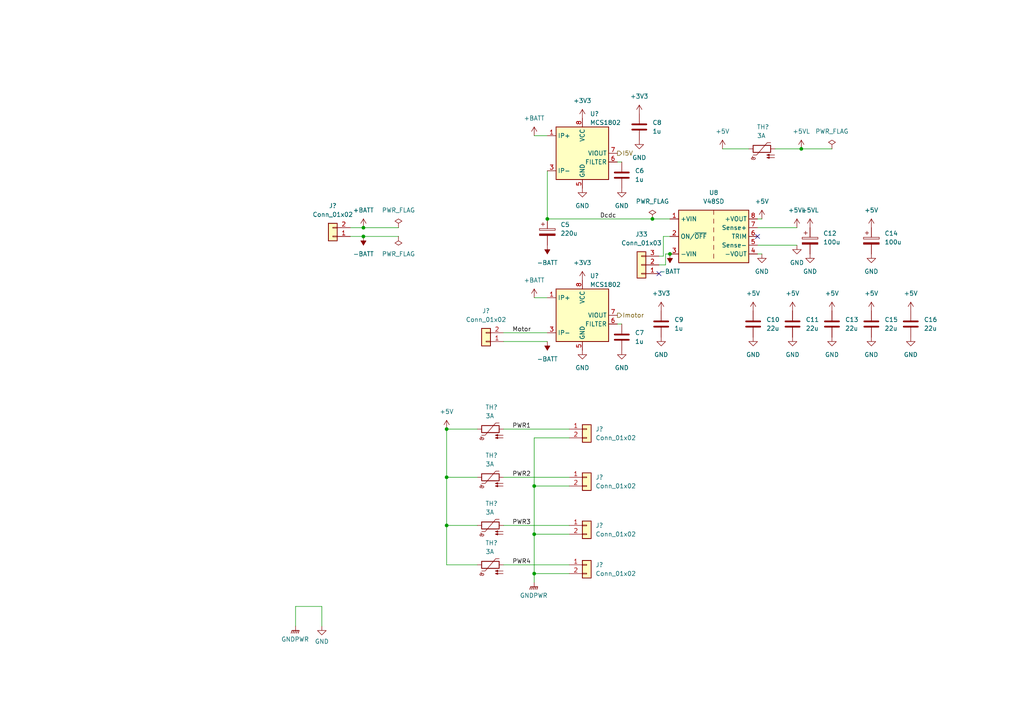
<source format=kicad_sch>
(kicad_sch (version 20230121) (generator eeschema)
  (paper "A4")
  (lib_symbols
    (symbol "Connector_Generic:Conn_01x02" (pin_names (offset 1.016) hide)
      (property "Reference" "J" (at 0 2.54 0))
      (property "Value" "Conn_01x02" (at 0 -5.08 0))
      (symbol "Conn_01x02_1_1"
        (rectangle (start -1.27 -2.413) (end 0 -2.667) (stroke (width 0.1524)))
        (rectangle (start -1.27 0.127) (end 0 -0.127) (stroke (width 0.1524)))
        (rectangle (start -1.27 1.27) (end 1.27 -3.81) (stroke (width 0.254)) (fill (type background)))
        (pin passive line (at -5.08 0 0) (length 3.81) (name "Pin_1") (number "1"))
        (pin passive line (at -5.08 -2.54 0) (length 3.81) (name "Pin_2") (number "2"))
      )
    )
    (symbol "Connector_Generic:Conn_01x03" (pin_names (offset 1.016) hide)
      (property "Reference" "J" (at 0 5.08 0))
      (property "Value" "Conn_01x03" (at 0 -5.08 0))
      (symbol "Conn_01x03_1_1"
        (rectangle (start -1.27 -2.413) (end 0 -2.667) (stroke (width 0.1524)))
        (rectangle (start -1.27 0.127) (end 0 -0.127) (stroke (width 0.1524)))
        (rectangle (start -1.27 2.667) (end 0 2.413) (stroke (width 0.1524)))
        (rectangle (start -1.27 3.81) (end 1.27 -3.81) (stroke (width 0.254)) (fill (type background)))
        (pin passive line (at -5.08 2.54 0) (length 3.81) (name "Pin_1") (number "1"))
        (pin passive line (at -5.08 0 0) (length 3.81) (name "Pin_2") (number "2"))
        (pin passive line (at -5.08 -2.54 0) (length 3.81) (name "Pin_3") (number "3"))
      )
    )
    (symbol "Device:C" (pin_numbers hide) (pin_names (offset 0.254))
      (property "Reference" "C" (at 0.635 2.54 0))
      (property "Value" "C" (at 0.635 -2.54 0))
      (symbol "C_0_1"
        (polyline (pts (xy -2.032 -0.762) (xy 2.032 -0.762)) (stroke (width 0.508)))
        (polyline (pts (xy -2.032 0.762) (xy 2.032 0.762)) (stroke (width 0.508)))
      )
      (symbol "C_1_1"
        (pin passive line (at 0 3.81 270) (length 2.794) (name "~") (number "1"))
        (pin passive line (at 0 -3.81 90) (length 2.794) (name "~") (number "2"))
      )
    )
    (symbol "Device:C_Polarized" (pin_numbers hide) (pin_names (offset 0.254))
      (property "Reference" "C" (at 0.635 2.54 0))
      (property "Value" "C_Polarized" (at 0.635 -2.54 0))
      (symbol "C_Polarized_0_1"
        (rectangle (start -2.286 0.508) (end 2.286 1.016))
        (polyline (pts (xy -1.778 2.286) (xy -0.762 2.286)))
        (polyline (pts (xy -1.27 2.794) (xy -1.27 1.778)))
        (rectangle (start 2.286 -0.508) (end -2.286 -1.016) (fill (type outline)))
      )
      (symbol "C_Polarized_1_1"
        (pin passive line (at 0 3.81 270) (length 2.794) (name "~") (number "1"))
        (pin passive line (at 0 -3.81 90) (length 2.794) (name "~") (number "2"))
      )
    )
    (symbol "Device:Thermistor_PTC" (pin_numbers hide) (pin_names (offset 0))
      (property "Reference" "TH" (at -4.064 0 90))
      (property "Value" "Thermistor_PTC" (at 3.048 0 90))
      (symbol "Thermistor_PTC_0_1"
        (arc (start -3.048 2.159) (mid -3.0495 2.3143) (end -3.175 2.413))
        (arc (start -3.048 2.159) (mid -2.9736 1.9794) (end -2.794 1.905))
        (arc (start -3.048 2.794) (mid -2.9736 2.6144) (end -2.794 2.54))
        (arc (start -2.794 1.905) (mid -2.6144 1.9794) (end -2.54 2.159))
        (arc (start -2.794 2.54) (mid -2.4393 2.5587) (end -2.159 2.794))
        (arc (start -2.794 3.048) (mid -2.9736 2.9736) (end -3.048 2.794))
        (arc (start -2.54 2.794) (mid -2.6144 2.9736) (end -2.794 3.048))
        (rectangle (start -1.016 2.54) (end 1.016 -2.54) (stroke (width 0.254)))
        (polyline (pts (xy -2.54 2.159) (xy -2.54 2.794)))
        (polyline (pts (xy -1.778 2.54) (xy -1.778 1.524) (xy 1.778 -1.524) (xy 1.778 -2.54)))
        (polyline (pts (xy -2.54 -3.683) (xy -2.54 -1.397) (xy -2.794 -2.159) (xy -2.286 -2.159) (xy -2.54 -1.397) (xy -2.54 -1.651)) (fill (type outline)))
        (polyline (pts (xy -1.778 -3.683) (xy -1.778 -1.397) (xy -2.032 -2.159) (xy -1.524 -2.159) (xy -1.778 -1.397) (xy -1.778 -1.651)) (fill (type outline)))
      )
      (symbol "Thermistor_PTC_1_1"
        (pin passive line (at 0 3.81 270) (length 1.27) (name "~") (number "1"))
        (pin passive line (at 0 -3.81 90) (length 1.27) (name "~") (number "2"))
      )
    )
    (symbol "Sensor_Current:ACS725xLCTR-50AB"
      (property "Reference" "U" (at 2.54 11.43 0))
      (property "Value" "ACS725xLCTR-50AB" (at 2.54 8.89 0))
      (symbol "ACS725xLCTR-50AB_0_1"
        (rectangle (start -7.62 7.62) (end 7.62 -7.62) (stroke (width 0.254)) (fill (type background)))
      )
      (symbol "ACS725xLCTR-50AB_1_1"
        (pin passive line (at -10.16 5.08 0) (length 2.54) (name "IP+") (number "1"))
        (pin passive line (at -10.16 5.08 0) (length 2.54) hide (name "IP+") (number "2"))
        (pin passive line (at -10.16 -5.08 0) (length 2.54) (name "IP-") (number "3"))
        (pin passive line (at -10.16 -5.08 0) (length 2.54) hide (name "IP-") (number "4"))
        (pin power_in line (at 0 -10.16 90) (length 2.54) (name "GND") (number "5"))
        (pin passive line (at 10.16 -2.54 180) (length 2.54) (name "FILTER") (number "6"))
        (pin output line (at 10.16 0 180) (length 2.54) (name "VIOUT") (number "7"))
        (pin power_in line (at 0 10.16 270) (length 2.54) (name "VCC") (number "8"))
      )
    )
    (symbol "additional:V48SD"
      (property "Reference" "U" (at 0 11.43 0))
      (property "Value" "V48SD" (at 0 8.89 0))
      (symbol "V48SD_0_1"
        (rectangle (start -10.16 7.62) (end 10.16 -7.62) (stroke (width 0.254)) (fill (type background)))
        (polyline (pts (xy 0 -5.08) (xy 0 -6.35)))
        (polyline (pts (xy 0 -2.54) (xy 0 -3.81)))
        (polyline (pts (xy 0 0) (xy 0 -1.27)))
        (polyline (pts (xy 0 2.54) (xy 0 1.27)))
        (polyline (pts (xy 0 5.08) (xy 0 3.81)))
        (polyline (pts (xy 0 7.62) (xy 0 6.35)))
      )
      (symbol "V48SD_1_1"
        (pin power_in line (at -12.7 5.08 0) (length 2.54) (name "+VIN") (number "1"))
        (pin input line (at -12.7 0 0) (length 2.54) (name "ON/~{OFF}") (number "2"))
        (pin power_in line (at -12.7 -5.08 0) (length 2.54) (name "-VIN") (number "3"))
        (pin power_out line (at 12.7 -5.08 180) (length 2.54) (name "-VOUT") (number "4"))
        (pin input line (at 12.7 -2.54 180) (length 2.54) (name "Sense-") (number "5"))
        (pin passive line (at 12.7 0 180) (length 2.54) (name "TRIM") (number "6"))
        (pin input line (at 12.7 2.54 180) (length 2.54) (name "Sense+") (number "7"))
        (pin power_out line (at 12.7 5.08 180) (length 2.54) (name "+VOUT") (number "8"))
      )
    )
    (symbol "power:+3V3" (power) (pin_names (offset 0))
      (property "Value" "+3V3" (at 0 3.556 0))
      (symbol "+3V3_0_1"
        (polyline (pts (xy -0.762 1.27) (xy 0 2.54)))
        (polyline (pts (xy 0 0) (xy 0 2.54)))
        (polyline (pts (xy 0 2.54) (xy 0.762 1.27)))
      )
      (symbol "+3V3_1_1"
        (pin power_in line (at 0 0 90) (length 0) hide (name "+3V3") (number "1"))
      )
    )
    (symbol "power:+5V" (power) (pin_names (offset 0))
      (property "Value" "+5V" (at 0 3.556 0))
      (symbol "+5V_0_1"
        (polyline (pts (xy -0.762 1.27) (xy 0 2.54)))
        (polyline (pts (xy 0 0) (xy 0 2.54)))
        (polyline (pts (xy 0 2.54) (xy 0.762 1.27)))
      )
      (symbol "+5V_1_1"
        (pin power_in line (at 0 0 90) (length 0) hide (name "+5V") (number "1"))
      )
    )
    (symbol "power:+5VL" (power) (pin_names (offset 0))
      (property "Value" "+5VL" (at 0 3.556 0))
      (symbol "+5VL_0_1"
        (polyline (pts (xy -0.762 1.27) (xy 0 2.54)))
        (polyline (pts (xy 0 0) (xy 0 2.54)))
        (polyline (pts (xy 0 2.54) (xy 0.762 1.27)))
      )
      (symbol "+5VL_1_1"
        (pin power_in line (at 0 0 90) (length 0) hide (name "+5VL") (number "1"))
      )
    )
    (symbol "power:+BATT" (power) (pin_names (offset 0))
      (property "Value" "+BATT" (at 0 3.556 0))
      (symbol "+BATT_0_1"
        (polyline (pts (xy -0.762 1.27) (xy 0 2.54)))
        (polyline (pts (xy 0 0) (xy 0 2.54)))
        (polyline (pts (xy 0 2.54) (xy 0.762 1.27)))
      )
      (symbol "+BATT_1_1"
        (pin power_in line (at 0 0 90) (length 0) hide (name "+BATT") (number "1"))
      )
    )
    (symbol "power:-BATT" (power) (pin_names (offset 0))
      (property "Value" "-BATT" (at 0 3.556 0))
      (symbol "-BATT_0_1"
        (polyline (pts (xy 0 0) (xy 0 2.54)))
        (polyline (pts (xy 0.762 1.27) (xy -0.762 1.27) (xy 0 2.54) (xy 0.762 1.27)) (fill (type outline)))
      )
      (symbol "-BATT_1_1"
        (pin power_in line (at 0 0 90) (length 0) hide (name "-BATT") (number "1"))
      )
    )
    (symbol "power:GND" (power) (pin_names (offset 0))
      (property "Value" "GND" (at 0 -3.81 0))
      (symbol "GND_0_1"
        (polyline (pts (xy 0 0) (xy 0 -1.27) (xy 1.27 -1.27) (xy 0 -2.54) (xy -1.27 -1.27) (xy 0 -1.27)))
      )
      (symbol "GND_1_1"
        (pin power_in line (at 0 0 270) (length 0) hide (name "GND") (number "1"))
      )
    )
    (symbol "power:GNDPWR" (power) (pin_names (offset 0))
      (property "Value" "GNDPWR" (at 0 -3.302 0))
      (symbol "GNDPWR_0_1"
        (polyline (pts (xy 0 -1.27) (xy 0 0)))
        (polyline (pts (xy -1.016 -1.27) (xy -1.27 -2.032) (xy -1.27 -2.032)) (stroke (width 0.2032)))
        (polyline (pts (xy -0.508 -1.27) (xy -0.762 -2.032) (xy -0.762 -2.032)) (stroke (width 0.2032)))
        (polyline (pts (xy 0 -1.27) (xy -0.254 -2.032) (xy -0.254 -2.032)) (stroke (width 0.2032)))
        (polyline (pts (xy 0.508 -1.27) (xy 0.254 -2.032) (xy 0.254 -2.032)) (stroke (width 0.2032)))
        (polyline (pts (xy 1.016 -1.27) (xy -1.016 -1.27) (xy -1.016 -1.27)) (stroke (width 0.2032)))
        (polyline (pts (xy 1.016 -1.27) (xy 0.762 -2.032) (xy 0.762 -2.032) (xy 0.762 -2.032)) (stroke (width 0.2032)))
      )
      (symbol "GNDPWR_1_1"
        (pin power_in line (at 0 0 270) (length 0) hide (name "GNDPWR") (number "1"))
      )
    )
    (symbol "power:PWR_FLAG" (power) (pin_numbers hide) (pin_names (offset 0) hide)
      (property "Value" "PWR_FLAG" (at 0 3.81 0))
      (symbol "PWR_FLAG_0_0"
        (pin power_out line (at 0 0 90) (length 0) (name "pwr") (number "1"))
      )
      (symbol "PWR_FLAG_0_1"
        (polyline (pts (xy 0 0) (xy 0 1.27) (xy -1.016 1.905) (xy 0 2.54) (xy 1.016 1.905) (xy 0 1.27)))
      )
    )
  )
  (junction (at 194.31 73.66))
  (junction (at 105.41 68.58))
  (junction (at 105.41 66.04))
  (junction (at 189.23 63.5))
  (junction (at 154.94 140.97))
  (junction (at 154.94 166.37))
  (junction (at 158.75 63.5))
  (junction (at 129.54 152.4))
  (junction (at 154.94 154.94))
  (junction (at 129.54 124.46))
  (junction (at 232.41 43.18))
  (junction (at 129.54 138.43))
  (no_connect (at 191.135 79.375))
  (no_connect (at 219.71 68.58))
  (wire (pts (xy 189.23 63.5) (xy 194.31 63.5)))
  (wire (pts (xy 129.54 138.43) (xy 138.43 138.43)))
  (wire (pts (xy 105.41 66.04) (xy 101.6 66.04)))
  (wire (pts (xy 154.94 140.97) (xy 154.94 154.94)))
  (wire (pts (xy 146.05 99.06) (xy 158.75 99.06)))
  (wire (pts (xy 180.34 93.98) (xy 179.07 93.98)))
  (wire (pts (xy 220.98 63.5) (xy 219.71 63.5)))
  (wire (pts (xy 165.1 163.83) (xy 146.05 163.83)))
  (wire (pts (xy 219.71 73.66) (xy 220.98 73.66)))
  (wire (pts (xy 191.135 74.295) (xy 192.405 74.295)))
  (wire (pts (xy 219.71 66.04) (xy 231.14 66.04)))
  (wire (pts (xy 154.94 166.37) (xy 154.94 168.91)))
  (wire (pts (xy 146.05 152.4) (xy 165.1 152.4)))
  (wire (pts (xy 85.725 175.895) (xy 93.345 175.895)))
  (wire (pts (xy 191.135 76.835) (xy 193.04 76.835)))
  (wire (pts (xy 105.41 68.58) (xy 101.6 68.58)))
  (wire (pts (xy 105.41 66.04) (xy 115.57 66.04)))
  (wire (pts (xy 146.05 138.43) (xy 165.1 138.43)))
  (wire (pts (xy 180.34 46.99) (xy 179.07 46.99)))
  (wire (pts (xy 146.05 124.46) (xy 165.1 124.46)))
  (wire (pts (xy 129.54 124.46) (xy 138.43 124.46)))
  (wire (pts (xy 154.94 154.94) (xy 165.1 154.94)))
  (wire (pts (xy 154.94 140.97) (xy 165.1 140.97)))
  (wire (pts (xy 192.405 68.58) (xy 194.31 68.58)))
  (wire (pts (xy 105.41 68.58) (xy 115.57 68.58)))
  (wire (pts (xy 154.94 86.36) (xy 158.75 86.36)))
  (wire (pts (xy 129.54 152.4) (xy 129.54 163.83)))
  (wire (pts (xy 154.94 154.94) (xy 154.94 166.37)))
  (wire (pts (xy 158.75 49.53) (xy 158.75 63.5)))
  (wire (pts (xy 224.79 43.18) (xy 232.41 43.18)))
  (wire (pts (xy 154.94 39.37) (xy 158.75 39.37)))
  (wire (pts (xy 129.54 163.83) (xy 138.43 163.83)))
  (wire (pts (xy 129.54 138.43) (xy 129.54 152.4)))
  (wire (pts (xy 209.55 43.18) (xy 217.17 43.18)))
  (wire (pts (xy 158.75 63.5) (xy 189.23 63.5)))
  (wire (pts (xy 193.04 73.66) (xy 194.31 73.66)))
  (wire (pts (xy 93.345 175.895) (xy 93.345 181.61)))
  (wire (pts (xy 129.54 124.46) (xy 129.54 138.43)))
  (wire (pts (xy 146.05 96.52) (xy 158.75 96.52)))
  (wire (pts (xy 193.04 76.835) (xy 193.04 73.66)))
  (wire (pts (xy 232.41 43.18) (xy 241.3 43.18)))
  (wire (pts (xy 192.405 74.295) (xy 192.405 68.58)))
  (wire (pts (xy 129.54 152.4) (xy 138.43 152.4)))
  (wire (pts (xy 165.1 127) (xy 154.94 127)))
  (wire (pts (xy 154.94 127) (xy 154.94 140.97)))
  (wire (pts (xy 85.725 175.895) (xy 85.725 181.61)))
  (wire (pts (xy 219.71 71.12) (xy 231.14 71.12)))
  (wire (pts (xy 154.94 166.37) (xy 165.1 166.37)))
  (label "Motor" (at 148.59 96.52 0))
  (label "Dcdc" (at 173.99 63.5 0))
  (label "PWR2" (at 148.59 138.43 0))
  (label "PWR1" (at 148.59 124.46 0))
  (label "PWR4" (at 148.59 163.83 0))
  (label "PWR3" (at 148.59 152.4 0))
  (hierarchical_label "Imotor" (shape output) (at 179.07 91.44 0))
  (hierarchical_label "I5V" (shape output) (at 179.07 44.45 0))
  (symbol (lib_id "power:GND") (at 218.44 97.79 0) (unit 1)
    (property "Reference" "#PWR094" (effects hide))
    (property "Value" "GND" (at 218.44 102.87 0))
  )
  (symbol (lib_id "power:+3V3") (at 191.77 90.17 0) (unit 1)
    (property "Reference" "#PWR089" (effects hide))
    (property "Value" "+3V3" (at 191.77 85.09 0))
  )
  (symbol (lib_id "Device:C") (at 218.44 93.98 0) (unit 1)
    (property "Reference" "C10" (at 222.25 92.71 0) (effects (justify left)))
    (property "Value" "22u" (at 222.25 95.25 0) (effects (justify left)))
    (property "Footprint" "Capacitor_SMD:C_1210_3225Metric" (effects hide))
    (property "Mouser" "CL32B226MOJNNNE" (effects hide))
    (property "mouser" "CL32B226MOJNNNE" (effects hide))
  )
  (symbol (lib_id "Device:C") (at 252.73 93.98 0) (unit 1)
    (property "Reference" "C15" (at 256.54 92.71 0) (effects (justify left)))
    (property "Value" "22u" (at 256.54 95.25 0) (effects (justify left)))
    (property "Footprint" "Capacitor_SMD:C_1210_3225Metric" (effects hide))
    (property "Mouser" "CL32B226MOJNNNE" (effects hide))
    (property "mouser" "CL32B226MOJNNNE" (effects hide))
  )
  (symbol (lib_id "power:GND") (at 252.73 73.66 0) (unit 1)
    (property "Reference" "#PWR0106" (effects hide))
    (property "Value" "GND" (at 252.73 78.74 0))
  )
  (symbol (lib_id "Device:C_Polarized") (at 158.75 67.31 0) (unit 1)
    (property "Reference" "C5" (at 162.56 65.151 0) (effects (justify left)))
    (property "Value" "220u" (at 162.56 67.691 0) (effects (justify left)))
    (property "Footprint" "Capacitor_THT:CP_Radial_D16.0mm_P7.50mm" (effects hide))
    (property "Mouser" "EKY-101ELL221ML20S" (effects hide))
    (property "mouser" "EKY-101ELL221ML20S" (effects hide))
  )
  (symbol (lib_id "Device:C") (at 264.16 93.98 0) (unit 1)
    (property "Reference" "C16" (at 267.97 92.71 0) (effects (justify left)))
    (property "Value" "22u" (at 267.97 95.25 0) (effects (justify left)))
    (property "Footprint" "Capacitor_SMD:C_1210_3225Metric" (effects hide))
    (property "Mouser" "CL32B226MOJNNNE" (effects hide))
    (property "mouser" "CL32B226MOJNNNE" (effects hide))
  )
  (symbol (lib_id "power:GND") (at 252.73 97.79 0) (unit 1)
    (property "Reference" "#PWR0108" (effects hide))
    (property "Value" "GND" (at 252.73 102.87 0))
  )
  (symbol (lib_id "Device:C") (at 185.42 36.83 0) (unit 1)
    (property "Reference" "C8" (at 189.23 35.56 0) (effects (justify left)))
    (property "Value" "1u" (at 189.23 38.1 0) (effects (justify left)))
    (property "Footprint" "Capacitor_SMD:C_1206_3216Metric" (effects hide))
    (property "mouser" " 187-CL31B105KBHNFNE " (effects hide))
  )
  (symbol (lib_id "power:GND") (at 191.77 97.79 0) (unit 1)
    (property "Reference" "#PWR090" (effects hide))
    (property "Value" "GND" (at 191.77 102.87 0))
  )
  (symbol (lib_id "Sensor_Current:ACS725xLCTR-50AB") (at 168.91 91.44 0) (unit 1)
    (property "Reference" "U?" (at 171.1041 80.01 0) (effects (justify left)))
    (property "Value" "MCS1802" (at 171.1041 82.55 0) (effects (justify left)))
    (property "Footprint" "Package_SO:SOIC-8_3.9x4.9mm_P1.27mm" (effects hide))
    (property "Datasheet" "https://www.mouser.fr/datasheet/2/277/MCS1802-2945401.pdf" (effects hide))
    (property "mouser" " 946-MCS1802GS-20-Z " (effects hide))
    (instances (project "speedomobile" (path "" (reference "U?") (unit 1)) (path "" (reference "U7") (unit 1))))
  )
  (symbol (lib_id "power:GND") (at 234.95 73.66 0) (unit 1)
    (property "Reference" "#PWR0102" (effects hide))
    (property "Value" "GND" (at 234.95 78.74 0))
  )
  (symbol (lib_id "Connector_Generic:Conn_01x02") (at 170.18 163.83 0) (unit 1)
    (property "Reference" "J?" (at 172.72 163.83 0) (effects (justify left)))
    (property "Value" "Conn_01x02" (at 172.72 166.37 0) (effects (justify left)))
    (property "Footprint" "Connector_JST:JST_XH_B2B-XH-A_1x02_P2.50mm_Vertical" (effects hide))
    (instances (project "speedomobile" (path "" (reference "J?") (unit 1)) (path "" (reference "J18") (unit 1))))
  )
  (symbol (lib_id "power:-BATT") (at 158.75 99.06 180) (unit 1)
    (property "Reference" "#PWR080" (effects hide))
    (property "Value" "-BATT" (at 158.75 104.14 0))
  )
  (symbol (lib_id "power:+3V3") (at 168.91 81.28 0) (unit 1)
    (property "Reference" "#PWR083" (effects hide))
    (property "Value" "+3V3" (at 168.91 76.2 0))
  )
  (symbol (lib_id "power:-BATT") (at 105.41 68.58 180) (unit 1)
    (property "Reference" "#PWR073" (effects hide))
    (property "Value" "-BATT" (at 105.41 73.66 0))
  )
  (symbol (lib_id "additional:V48SD") (at 207.01 68.58 0) (unit 1)
    (property "Reference" "U8" (at 207.01 55.88 0))
    (property "Value" "V48SD" (at 207.01 58.42 0))
    (property "Footprint" "additional:V48D" (effects hide))
    (property "Datasheet" "https://www.mouser.fr/datasheet/2/632/DS_V48SD_120W-3106698.pdf" (effects hide))
    (property "mouser" " 108-V48SK05040NRFH " (effects hide))
  )
  (symbol (lib_id "power:+BATT") (at 105.41 66.04 0) (unit 1)
    (property "Reference" "#PWR072" (effects hide))
    (property "Value" "+BATT" (at 105.41 60.96 0))
  )
  (symbol (lib_id "power:GND") (at 264.16 97.79 0) (unit 1)
    (property "Reference" "#PWR0110" (effects hide))
    (property "Value" "GND" (at 264.16 102.87 0))
  )
  (symbol (lib_id "Connector_Generic:Conn_01x02") (at 170.18 124.46 0) (unit 1)
    (property "Reference" "J?" (at 172.72 124.46 0) (effects (justify left)))
    (property "Value" "Conn_01x02" (at 172.72 127 0) (effects (justify left)))
    (property "Footprint" "Connector_JST:JST_XH_B2B-XH-A_1x02_P2.50mm_Vertical" (effects hide))
    (instances (project "speedomobile" (path "" (reference "J?") (unit 1)) (path "" (reference "J20") (unit 1))))
  )
  (symbol (lib_id "Device:C_Polarized") (at 252.73 69.85 0) (unit 1)
    (property "Reference" "C14" (at 256.54 67.691 0) (effects (justify left)))
    (property "Value" "100u" (at 256.54 70.231 0) (effects (justify left)))
    (property "Footprint" "Capacitor_THT:CP_Radial_D6.3mm_P2.50mm" (effects hide))
    (property "Mouser" "A750EK107M1CAAE018" (effects hide))
    (property "mouser" "A750EK107M1CAAE018" (effects hide))
  )
  (symbol (lib_id "power:GND") (at 168.91 101.6 0) (unit 1)
    (property "Reference" "#PWR084" (effects hide))
    (property "Value" "GND" (at 168.91 106.68 0))
  )
  (symbol (lib_id "power:GND") (at 185.42 40.64 0) (unit 1)
    (property "Reference" "#PWR088" (effects hide))
    (property "Value" "GND" (at 185.42 45.72 0))
  )
  (symbol (lib_id "power:GNDPWR") (at 85.725 181.61 0) (unit 1)
    (property "Reference" "#PWR038" (effects hide))
    (property "Value" "GNDPWR" (at 85.598 185.42 0))
  )
  (symbol (lib_id "power:GND") (at 180.34 101.6 0) (unit 1)
    (property "Reference" "#PWR086" (effects hide))
    (property "Value" "GND" (at 180.34 106.68 0))
  )
  (symbol (lib_id "power:+BATT") (at 154.94 86.36 0) (unit 1)
    (property "Reference" "#PWR077" (effects hide))
    (property "Value" "+BATT" (at 154.94 81.28 0))
  )
  (symbol (lib_id "power:GND") (at 229.87 97.79 0) (unit 1)
    (property "Reference" "#PWR099" (effects hide))
    (property "Value" "GND" (at 229.87 102.87 0))
  )
  (symbol (lib_id "power:GND") (at 168.91 54.61 0) (unit 1)
    (property "Reference" "#PWR082" (effects hide))
    (property "Value" "GND" (at 168.91 59.69 0))
  )
  (symbol (lib_id "Device:C") (at 241.3 93.98 0) (unit 1)
    (property "Reference" "C13" (at 245.11 92.71 0) (effects (justify left)))
    (property "Value" "22u" (at 245.11 95.25 0) (effects (justify left)))
    (property "Footprint" "Capacitor_SMD:C_1210_3225Metric" (effects hide))
    (property "Mouser" "CL32B226MOJNNNE" (effects hide))
    (property "mouser" "CL32B226MOJNNNE" (effects hide))
  )
  (symbol (lib_id "Device:Thermistor_PTC") (at 142.24 163.83 90) (unit 1)
    (property "Reference" "TH?" (at 142.5575 157.48 90))
    (property "Value" "3A " (at 142.5575 160.02 90))
    (property "Footprint" "Resistor_SMD:R_1210_3225Metric" (effects hide))
    (property "mouser" " 504-PTSLR12106V300" (effects hide))
    (instances (project "speedomobile" (path "" (reference "TH?") (unit 1)) (path "" (reference "TH12") (unit 1))))
  )
  (symbol (lib_id "Device:C") (at 180.34 97.79 0) (unit 1)
    (property "Reference" "C7" (at 184.15 96.52 0) (effects (justify left)))
    (property "Value" "1u" (at 184.15 99.06 0) (effects (justify left)))
    (property "Footprint" "Capacitor_SMD:C_1206_3216Metric" (effects hide))
    (property "mouser" " 187-CL31B105KBHNFNE " (effects hide))
  )
  (symbol (lib_id "Connector_Generic:Conn_01x02") (at 140.97 99.06 180) (unit 1)
    (property "Reference" "J?" (at 140.97 90.17 0))
    (property "Value" "Conn_01x02" (at 140.97 92.71 0))
    (property "Footprint" "Connector_AMASS:AMASS_XT60-F_1x02_P7.20mm_Vertical" (effects hide))
    (instances (project "speedomobile" (path "" (reference "J?") (unit 1)) (path "" (reference "J34") (unit 1))))
  )
  (symbol (lib_id "power:+5VL") (at 232.41 43.18 0) (unit 1)
    (property "Reference" "#PWR?" (effects hide))
    (property "Value" "+5VL" (at 232.41 38.1 0))
    (instances (project "speedomobile" (path "" (reference "#PWR?") (unit 1)) (path "" (reference "#PWR0100") (unit 1))))
  )
  (symbol (lib_id "power:+5V") (at 218.44 90.17 0) (unit 1)
    (property "Reference" "#PWR093" (effects hide))
    (property "Value" "+5V" (at 218.44 85.09 0))
  )
  (symbol (lib_id "power:PWR_FLAG") (at 115.57 66.04 0) (unit 1)
    (property "Reference" "#FLG?" (effects hide))
    (property "Value" "PWR_FLAG" (at 115.57 60.96 0))
    (instances (project "speedomobile" (path "" (reference "#FLG?") (unit 1)) (path "" (reference "#FLG02") (unit 1))))
  )
  (symbol (lib_id "power:PWR_FLAG") (at 241.3 43.18 0) (unit 1)
    (property "Reference" "#FLG?" (effects hide))
    (property "Value" "PWR_FLAG" (at 241.3 38.1 0))
    (instances (project "speedomobile" (path "" (reference "#FLG?") (unit 1)) (path "" (reference "#FLG05") (unit 1))))
  )
  (symbol (lib_id "Device:C") (at 180.34 50.8 0) (unit 1)
    (property "Reference" "C6" (at 184.15 49.53 0) (effects (justify left)))
    (property "Value" "1u" (at 184.15 52.07 0) (effects (justify left)))
    (property "Footprint" "Capacitor_SMD:C_1206_3216Metric" (effects hide))
    (property "mouser" " 187-CL31B105KBHNFNE " (effects hide))
  )
  (symbol (lib_id "power:GND") (at 180.34 54.61 0) (unit 1)
    (property "Reference" "#PWR085" (effects hide))
    (property "Value" "GND" (at 180.34 59.69 0))
  )
  (symbol (lib_id "power:GND") (at 241.3 97.79 0) (unit 1)
    (property "Reference" "#PWR0104" (effects hide))
    (property "Value" "GND" (at 241.3 102.87 0))
  )
  (symbol (lib_id "power:+5VL") (at 234.95 66.04 0) (unit 1)
    (property "Reference" "#PWR0101" (effects hide))
    (property "Value" "+5VL" (at 234.95 60.96 0))
  )
  (symbol (lib_id "Device:Thermistor_PTC") (at 220.98 43.18 90) (unit 1)
    (property "Reference" "TH?" (at 221.2975 36.83 90))
    (property "Value" "3A " (at 221.2975 39.37 90))
    (property "Footprint" "Resistor_SMD:R_1210_3225Metric" (effects hide))
    (property "mouser" " 504-PTSLR12106V300" (effects hide))
    (instances (project "speedomobile" (path "" (reference "TH?") (unit 1)) (path "" (reference "TH13") (unit 1))))
  )
  (symbol (lib_id "power:-BATT") (at 194.31 73.66 180) (unit 1)
    (property "Reference" "#PWR091" (effects hide))
    (property "Value" "-BATT" (at 194.31 78.74 0))
  )
  (symbol (lib_id "power:-BATT") (at 158.75 71.12 180) (unit 1)
    (property "Reference" "#PWR079" (effects hide))
    (property "Value" "-BATT" (at 158.75 76.2 0))
  )
  (symbol (lib_id "power:+5V") (at 264.16 90.17 0) (unit 1)
    (property "Reference" "#PWR0109" (effects hide))
    (property "Value" "+5V" (at 264.16 85.09 0))
  )
  (symbol (lib_id "power:+5VL") (at 231.14 66.04 0) (unit 1)
    (property "Reference" "#PWR097" (effects hide))
    (property "Value" "+5VL" (at 231.14 60.96 0))
  )
  (symbol (lib_id "Device:C_Polarized") (at 234.95 69.85 0) (unit 1)
    (property "Reference" "C12" (at 238.76 67.691 0) (effects (justify left)))
    (property "Value" "100u" (at 238.76 70.231 0) (effects (justify left)))
    (property "Footprint" "Capacitor_THT:CP_Radial_D6.3mm_P2.50mm" (effects hide))
    (property "Mouser" "A750EK107M1CAAE018" (effects hide))
    (property "mouser" "A750EK107M1CAAE018" (effects hide))
  )
  (symbol (lib_id "power:+5V") (at 129.54 124.46 0) (unit 1)
    (property "Reference" "#PWR?" (effects hide))
    (property "Value" "+5V" (at 129.54 119.38 0))
    (instances (project "speedomobile" (path "" (reference "#PWR?") (unit 1)) (path "" (reference "#PWR075") (unit 1))))
  )
  (symbol (lib_id "power:+5V") (at 220.98 63.5 0) (unit 1)
    (property "Reference" "#PWR095" (effects hide))
    (property "Value" "+5V" (at 220.98 58.42 0))
  )
  (symbol (lib_id "Connector_Generic:Conn_01x02") (at 170.18 152.4 0) (unit 1)
    (property "Reference" "J?" (at 172.72 152.4 0) (effects (justify left)))
    (property "Value" "Conn_01x02" (at 172.72 154.94 0) (effects (justify left)))
    (property "Footprint" "Connector_JST:JST_XH_B2B-XH-A_1x02_P2.50mm_Vertical" (effects hide))
    (instances (project "speedomobile" (path "" (reference "J?") (unit 1)) (path "" (reference "J19") (unit 1))))
  )
  (symbol (lib_id "power:+BATT") (at 154.94 39.37 0) (unit 1)
    (property "Reference" "#PWR076" (effects hide))
    (property "Value" "+BATT" (at 154.94 34.29 0))
  )
  (symbol (lib_id "power:+5V") (at 209.55 43.18 0) (unit 1)
    (property "Reference" "#PWR?" (effects hide))
    (property "Value" "+5V" (at 209.55 38.1 0))
    (instances (project "speedomobile" (path "" (reference "#PWR?") (unit 1)) (path "" (reference "#PWR092") (unit 1))))
  )
  (symbol (lib_id "Sensor_Current:ACS725xLCTR-50AB") (at 168.91 44.45 0) (unit 1)
    (property "Reference" "U?" (at 171.1041 33.02 0) (effects (justify left)))
    (property "Value" "MCS1802" (at 171.1041 35.56 0) (effects (justify left)))
    (property "Footprint" "Package_SO:SOIC-8_3.9x4.9mm_P1.27mm" (effects hide))
    (property "Datasheet" "https://www.mouser.fr/datasheet/2/277/MCS1802-2945401.pdf" (effects hide))
    (property "mouser" " 946-MCS1802GS-20-Z " (effects hide))
    (instances (project "speedomobile" (path "" (reference "U?") (unit 1)) (path "" (reference "U6") (unit 1))))
  )
  (symbol (lib_id "Device:Thermistor_PTC") (at 142.24 124.46 90) (unit 1)
    (property "Reference" "TH?" (at 142.5575 118.11 90))
    (property "Value" "3A " (at 142.5575 120.65 90))
    (property "Footprint" "Resistor_SMD:R_1210_3225Metric" (effects hide))
    (property "mouser" " 504-PTSLR12106V300" (effects hide))
    (instances (project "speedomobile" (path "" (reference "TH?") (unit 1)) (path "" (reference "TH9") (unit 1))))
  )
  (symbol (lib_id "power:+5V") (at 241.3 90.17 0) (unit 1)
    (property "Reference" "#PWR0103" (effects hide))
    (property "Value" "+5V" (at 241.3 85.09 0))
  )
  (symbol (lib_id "Connector_Generic:Conn_01x02") (at 96.52 68.58 180) (unit 1)
    (property "Reference" "J?" (at 96.52 59.69 0))
    (property "Value" "Conn_01x02" (at 96.52 62.23 0))
    (property "Footprint" "Connector_AMASS:AMASS_XT60-M_1x02_P7.20mm_Vertical" (effects hide))
    (instances (project "speedomobile" (path "" (reference "J?") (unit 1)) (path "" (reference "J32") (unit 1))))
  )
  (symbol (lib_id "Device:Thermistor_PTC") (at 142.24 138.43 90) (unit 1)
    (property "Reference" "TH?" (at 142.5575 132.08 90))
    (property "Value" "3A " (at 142.5575 134.62 90))
    (property "Footprint" "Resistor_SMD:R_1210_3225Metric" (effects hide))
    (property "mouser" " 504-PTSLR12106V300" (effects hide))
    (instances (project "speedomobile" (path "" (reference "TH?") (unit 1)) (path "" (reference "TH10") (unit 1))))
  )
  (symbol (lib_id "Connector_Generic:Conn_01x03") (at 186.055 76.835 180) (unit 1)
    (property "Reference" "J33" (at 186.055 67.945 0))
    (property "Value" "Conn_01x03" (at 186.055 70.485 0))
    (property "Footprint" "Connector_PinHeader_2.54mm:PinHeader_1x03_P2.54mm_Vertical" (effects hide))
  )
  (symbol (lib_id "power:+3V3") (at 185.42 33.02 0) (unit 1)
    (property "Reference" "#PWR087" (effects hide))
    (property "Value" "+3V3" (at 185.42 27.94 0))
  )
  (symbol (lib_id "Device:C") (at 191.77 93.98 0) (unit 1)
    (property "Reference" "C9" (at 195.58 92.71 0) (effects (justify left)))
    (property "Value" "1u" (at 195.58 95.25 0) (effects (justify left)))
    (property "Footprint" "Capacitor_SMD:C_1206_3216Metric" (effects hide))
    (property "mouser" " 187-CL31B105KBHNFNE " (effects hide))
  )
  (symbol (lib_id "power:+5V") (at 252.73 90.17 0) (unit 1)
    (property "Reference" "#PWR0107" (effects hide))
    (property "Value" "+5V" (at 252.73 85.09 0))
  )
  (symbol (lib_id "power:GNDPWR") (at 154.94 168.91 0) (unit 1)
    (property "Reference" "#PWR078" (effects hide))
    (property "Value" "GNDPWR" (at 154.813 172.72 0))
  )
  (symbol (lib_id "Device:Thermistor_PTC") (at 142.24 152.4 90) (unit 1)
    (property "Reference" "TH?" (at 142.5575 146.05 90))
    (property "Value" "3A " (at 142.5575 148.59 90))
    (property "Footprint" "Resistor_SMD:R_1210_3225Metric" (effects hide))
    (property "mouser" " 504-PTSLR12106V300" (effects hide))
    (instances (project "speedomobile" (path "" (reference "TH?") (unit 1)) (path "" (reference "TH11") (unit 1))))
  )
  (symbol (lib_id "power:GND") (at 93.345 181.61 0) (unit 1)
    (property "Reference" "#PWR039" (effects hide))
    (property "Value" "GND" (at 93.345 186.055 0))
  )
  (symbol (lib_id "Connector_Generic:Conn_01x02") (at 170.18 138.43 0) (unit 1)
    (property "Reference" "J?" (at 172.72 138.43 0) (effects (justify left)))
    (property "Value" "Conn_01x02" (at 172.72 140.97 0) (effects (justify left)))
    (property "Footprint" "Connector_JST:JST_XH_B2B-XH-A_1x02_P2.50mm_Vertical" (effects hide))
    (instances (project "speedomobile" (path "" (reference "J?") (unit 1)) (path "" (reference "J21") (unit 1))))
  )
  (symbol (lib_id "power:PWR_FLAG") (at 189.23 63.5 0) (unit 1)
    (property "Reference" "#FLG04" (effects hide))
    (property "Value" "PWR_FLAG" (at 189.23 58.42 0))
  )
  (symbol (lib_id "Device:C") (at 229.87 93.98 0) (unit 1)
    (property "Reference" "C11" (at 233.68 92.71 0) (effects (justify left)))
    (property "Value" "22u" (at 233.68 95.25 0) (effects (justify left)))
    (property "Footprint" "Capacitor_SMD:C_1210_3225Metric" (effects hide))
    (property "Mouser" "CL32B226MOJNNNE" (effects hide))
    (property "mouser" "CL32B226MOJNNNE" (effects hide))
  )
  (symbol (lib_id "power:+5V") (at 252.73 66.04 0) (unit 1)
    (property "Reference" "#PWR0105" (effects hide))
    (property "Value" "+5V" (at 252.73 60.96 0))
  )
  (symbol (lib_id "power:PWR_FLAG") (at 115.57 68.58 180) (unit 1)
    (property "Reference" "#FLG?" (effects hide))
    (property "Value" "PWR_FLAG" (at 115.57 73.66 0))
    (instances (project "speedomobile" (path "" (reference "#FLG?") (unit 1)) (path "" (reference "#FLG03") (unit 1))))
  )
  (symbol (lib_id "power:+3V3") (at 168.91 34.29 0) (unit 1)
    (property "Reference" "#PWR081" (effects hide))
    (property "Value" "+3V3" (at 168.91 29.21 0))
  )
  (symbol (lib_id "power:+5V") (at 229.87 90.17 0) (unit 1)
    (property "Reference" "#PWR098" (effects hide))
    (property "Value" "+5V" (at 229.87 85.09 0))
  )
  (symbol (lib_id "power:GND") (at 220.98 73.66 0) (unit 1)
    (property "Reference" "#PWR096" (effects hide))
    (property "Value" "GND" (at 220.98 78.74 0))
  )
  (symbol (lib_id "power:GND") (at 231.14 71.12 0) (unit 1)
    (property "Reference" "#PWR0165" (effects hide))
    (property "Value" "GND" (at 231.14 76.2 0))
  )
)
</source>
